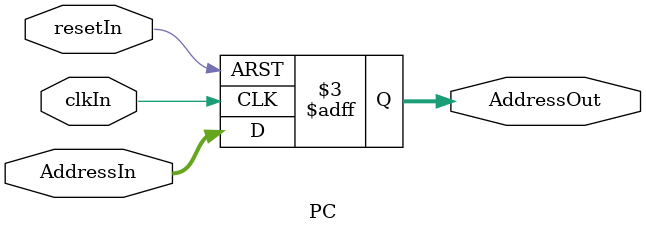
<source format=v>
`timescale 1ns / 1ps

module PC(
    input clkIn,
    input resetIn,
    input [31:0] AddressIn,
    output reg[31:0] AddressOut
    );
    always @(posedge clkIn, negedge resetIn) begin
        if(!resetIn) begin
            AddressOut <= 0;
        end
        else begin
            AddressOut <= AddressIn;
        end
    end
endmodule
</source>
